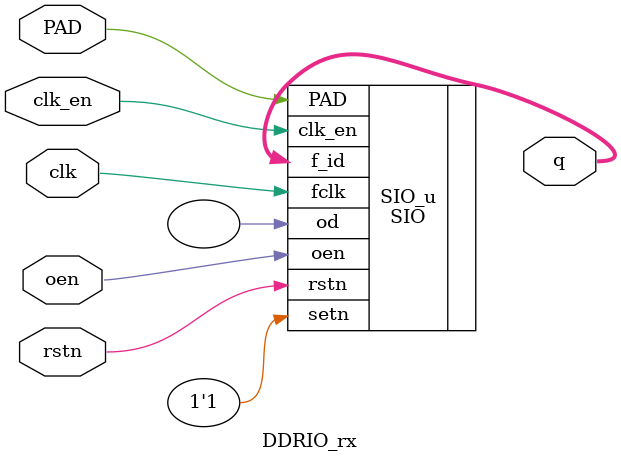
<source format=v>

module hme_ip_rgmii_rx#(
	parameter PDIV = 0
)(

    input               rgmii_rxc    ,
    input               rgmii_rx_ctl ,
    input       [3:0]   rgmii_rxd    ,
	
    output              gmii_rx_clk  ,
    output reg          gmii_rx_dv   ,
    output reg          gmii_rx_er   ,
    output reg  [7:0]   gmii_rxd
	
);

wire       gmii_rx_dv0;
wire       gmii_rx_ctl0;

wire       rgmii_rxc_dbuf;
wire [7:0] rgmii_rxd0;
/*
wire       rgmii_rxc_bufio;
IOBUF bufio_rgmii_rxcl (
    .i             (rgmii_rxc       ),
    .o             (rgmii_rxc_bufio )
);
*/
//assign rgmii_rxc_bufio = rgmii_rxc;

localparam NUM = PDIV?8:12;

generate
	if (PDIV == 1) begin
		PDIV_TOP  #(
			.CFG_PDIV_EN(1'b1),
			.CFG_PDIV_BPS(1'b0),
			.CFG_DIVNUM(3'b000),
			.CFG_DLYNUM(3'b000)
		)
		u_div(
			.CLKIN(rgmii_rxc),
			.CLKOUT(rgmii_rxc_dbuf),
			.CLR(1'd0)
		);
	end 
	else begin
		assign rgmii_rxc_dbuf = rgmii_rxc;
	end
endgenerate

//=============rgmii_rx_ctl=================================
/*
DDRIO_rx  U_DDIO_INEN( 
		.clk_en(1'b1),
		.clk     (rgmii_rxc_bufio ),   
		.oen     (1'd1            ),
		.rstn    (1'd1            ),  
		.PAD     (rgmii_rx_ctl    ),
		.q       ({gmii_rx_ctl0,gmii_rx_dv0})
	);
*/
ddr_rx u_DDRIO_rx( 
	.pad   (rgmii_rx_ctl),
	.clkrx (rgmii_rxc),
	.rst   (1'b0),
	.oen   (1'b1),  
	.dout  ({gmii_rx_ctl0,gmii_rx_dv0}) 
);
//==============rgmii_rxd===============================
genvar k;

/*
generate for (k=0;k<4;k=k+1)
  begin : rgmii_rx
    DDRIO_rx  U_DDIO_INDATA( 
		.clk_en  (1'b1            ),
		.clk     (rgmii_rxc_bufio ),   
		.oen     (1'd1            ),
		.rstn    (1'd1            ),  
		.PAD     (rgmii_rxd[k]    ),
		.q       ({rgmii_rxd0[k+4],rgmii_rxd0[k]})
	); 
  end                                    
endgenerate
*/
generate
	for (k = 0; k < 4; k=k + 1) begin
		ddr_rx U_DDIO_INDATA
		(       
			.pad   (rgmii_rxd[k]),
			.clkrx (rgmii_rxc),
			.rst   (1'b0),
			.oen   (1'b1),  
			.dout  ({rgmii_rxd0[k+4],rgmii_rxd0[k]})
		); 
	end
endgenerate

wire [15:0] gmii_rx_dv_delay;
wire [15:0] gmii_rx_ctl_delay;
wire  [7:0] gmii_rxd_delay[15:0];

assign gmii_rx_dv_delay[0]  = gmii_rx_dv0;
assign gmii_rx_ctl_delay[0] = gmii_rx_ctl0;
assign gmii_rxd_delay[0]    = rgmii_rxd0; 

generate
    genvar i,j;
    for(i=0;i<NUM;i=i+1)begin:rgmii_delay_loop
        DELAY_BUF delay_gmii_rx_dv(
            .in(gmii_rx_dv_delay[i]),
            .out(gmii_rx_dv_delay[i+1])
        );

        DELAY_BUF delay_gmii_rx_ctl(
            .in(gmii_rx_ctl_delay[i]),
            .out(gmii_rx_ctl_delay[i+1])
        );
		for(j=0;j<8;j=j+1)begin:rgmii_rxd_bitloop
			DELAY_BUF delay_gmii_rxd(
				.in(gmii_rxd_delay[i][j]),
				.out(gmii_rxd_delay[i+1][j])
			);
		end
    end
endgenerate

always @(posedge rgmii_rxc_dbuf)
begin
  gmii_rx_dv  <= gmii_rx_dv_delay[NUM]               ;
  gmii_rx_er  <= gmii_rx_ctl_delay[NUM]^gmii_rx_dv_delay[NUM];
  gmii_rxd    <= gmii_rxd_delay[NUM][7:0] ;   
end
assign gmii_rx_clk  = rgmii_rxc_dbuf                       ;

endmodule


module DDRIO_rx (
    input          clk_en ,
    input          clk    ,
    input          oen    ,
    input          rstn   ,
    output  [1:0]  q      ,

    inout          PAD      
);

    SIO SIO_u (
        .f_id  (q       ),
        .clk_en(clk_en  ),
        .fclk  (clk     ),
        .od    (),
        .oen   (oen     ),
        .rstn  (rstn    ),
        .setn  (1'b1    ),
        .PAD   (PAD     )
    );

    parameter   FIN_SEL =  1'b1;
		 		 
	defparam    SIO_u.KEEP        = 0      ;
    defparam    SIO_u.NDR         = 15     ;
    defparam    SIO_u.NS_LV       = 3      ;
    defparam    SIO_u.PDR         = 15     ;
	
    defparam    SIO_u.RX_DIG_EN   = 1      ;
    defparam    SIO_u.OEN_SEL     = 2'b00  ;//输入
    defparam    SIO_u.FOUT_SEL    = 1'b1   ;
    defparam    SIO_u.FIN_SEL     = FIN_SEL;
    defparam    SIO_u.DDR_PREG_EN = FIN_SEL;
    defparam    SIO_u.DDR_NREG_EN = FIN_SEL;

    // f_id[ne, po]

endmodule
</source>
